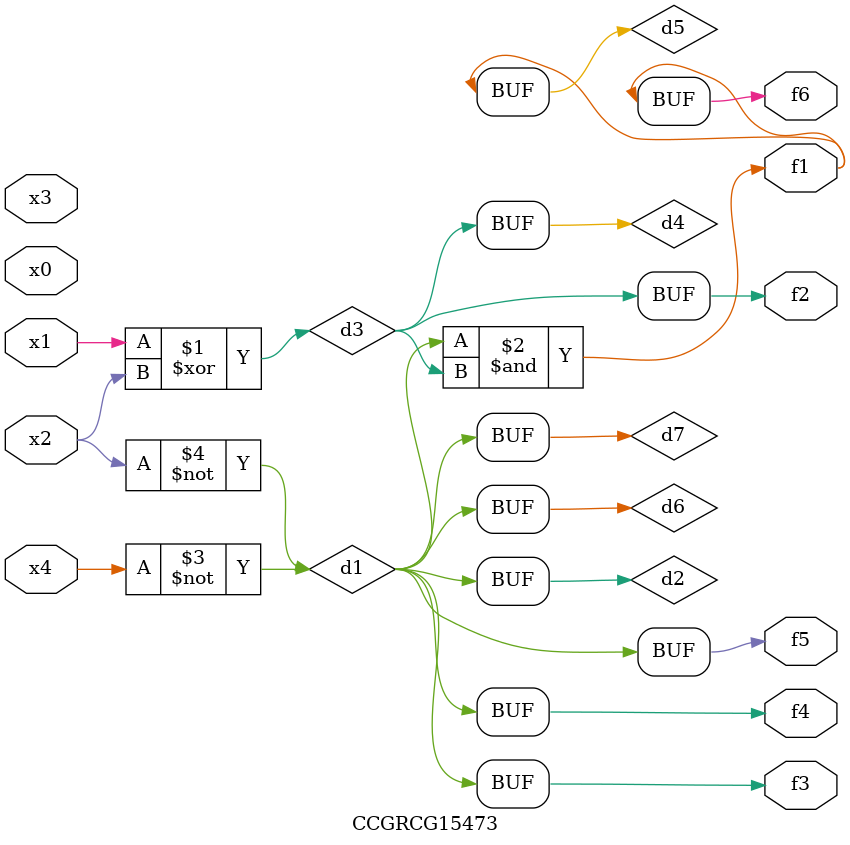
<source format=v>
module CCGRCG15473(
	input x0, x1, x2, x3, x4,
	output f1, f2, f3, f4, f5, f6
);

	wire d1, d2, d3, d4, d5, d6, d7;

	not (d1, x4);
	not (d2, x2);
	xor (d3, x1, x2);
	buf (d4, d3);
	and (d5, d1, d3);
	buf (d6, d1, d2);
	buf (d7, d2);
	assign f1 = d5;
	assign f2 = d4;
	assign f3 = d7;
	assign f4 = d7;
	assign f5 = d7;
	assign f6 = d5;
endmodule

</source>
